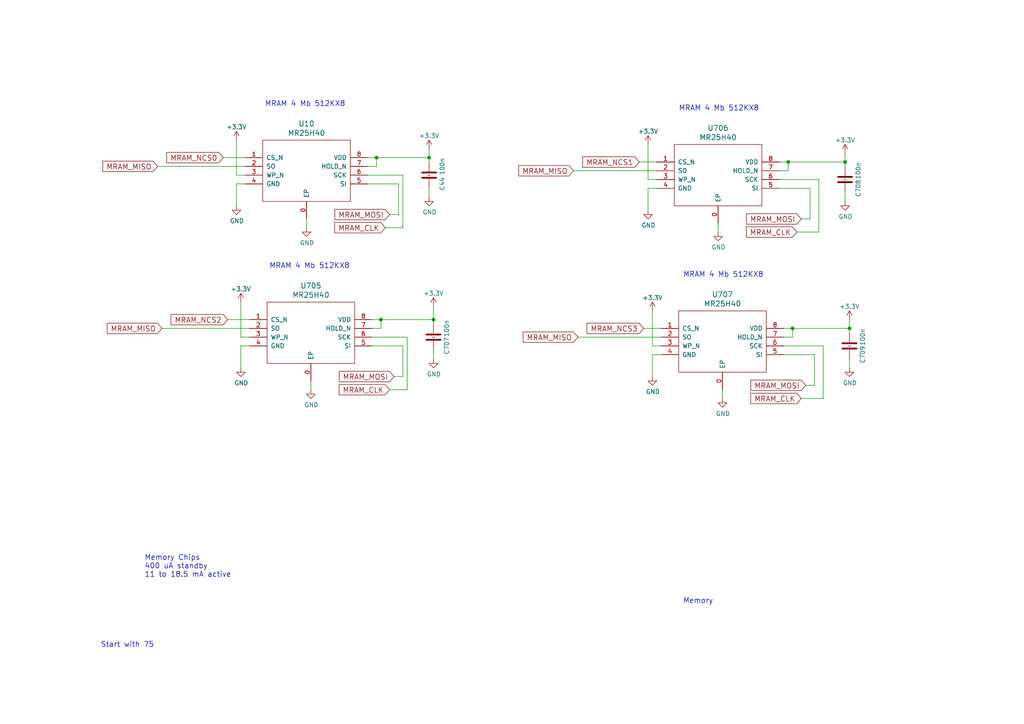
<source format=kicad_sch>
(kicad_sch (version 20230121) (generator eeschema)
  (paper "A4")
  (title_block (title "Radiation Tolerant PacSat Communication") (date "2023-06-17") (rev "A") (company "AMSAT-NA") (comment 1 "N5BRG"))
  (lib_symbols
    (symbol "Device:C" (pin_numbers hide) (pin_names (offset 0.254))
      (property "Reference" "C" (at 0.635 2.54 0))
      (property "Value" "C" (at 0.635 -2.54 0))
      (symbol "C_0_1"
        (polyline (pts (xy -2.032 -0.762) (xy 2.032 -0.762)) (stroke (width 0.508)))
        (polyline (pts (xy -2.032 0.762) (xy 2.032 0.762)) (stroke (width 0.508)))
      )
      (symbol "C_1_1"
        (pin passive line (at 0 3.81 270) (length 2.794) (name "~") (number "1"))
        (pin passive line (at 0 -3.81 90) (length 2.794) (name "~") (number "2"))
      )
    )
    (symbol "PACSAT_ICs:MR25H40_2" (pin_names (offset 1.016))
      (property "Reference" "U76" (at 0 13.6398 0))
      (property "Value" "MR25H40" (at 0 10.9474 0))
      (symbol "MR25H40_2_0_1"
        (rectangle (start -12.7 8.89) (end 12.7 -8.89))
      )
      (symbol "MR25H40_2_1_1"
        (pin power_in line (at 0 -13.97 90) (length 5.08) (name "EP") (number "0"))
        (pin input line (at -17.78 3.81 0) (length 5.08) (name "CS_N") (number "1"))
        (pin tri_state line (at -17.78 1.27 0) (length 5.08) (name "SO") (number "2"))
        (pin input line (at -17.78 -1.27 0) (length 5.08) (name "WP_N") (number "3"))
        (pin power_in line (at -17.78 -3.81 0) (length 5.08) (name "GND") (number "4"))
        (pin input line (at 17.78 -3.81 180) (length 5.08) (name "SI") (number "5"))
        (pin input line (at 17.78 -1.27 180) (length 5.08) (name "SCK") (number "6"))
        (pin input line (at 17.78 1.27 180) (length 5.08) (name "HOLD_N") (number "7"))
        (pin power_in line (at 17.78 3.81 180) (length 5.08) (name "VDD") (number "8"))
      )
    )
    (symbol "power:+3.3V" (power) (pin_names (offset 0))
      (property "Value" "+3.3V" (at 0 3.556 0))
      (symbol "+3.3V_0_1"
        (polyline (pts (xy -0.762 1.27) (xy 0 2.54)))
        (polyline (pts (xy 0 0) (xy 0 2.54)))
        (polyline (pts (xy 0 2.54) (xy 0.762 1.27)))
      )
      (symbol "+3.3V_1_1"
        (pin power_in line (at 0 0 90) (length 0) hide (name "+3.3V") (number "1"))
      )
    )
    (symbol "power:GND" (power) (pin_names (offset 0))
      (property "Value" "GND" (at 0 -3.81 0))
      (symbol "GND_0_1"
        (polyline (pts (xy 0 0) (xy 0 -1.27) (xy 1.27 -1.27) (xy 0 -2.54) (xy -1.27 -1.27) (xy 0 -1.27)))
      )
      (symbol "GND_1_1"
        (pin power_in line (at 0 0 270) (length 0) hide (name "GND") (number "1"))
      )
    )
  )
  (junction (at 245.11 46.99))
  (junction (at 125.73 92.71))
  (junction (at 124.46 45.72))
  (junction (at 109.22 45.72))
  (junction (at 229.87 95.25))
  (junction (at 228.6 46.99))
  (junction (at 110.49 92.71))
  (junction (at 246.38 95.25))
  (wire (pts (xy 72.39 97.79) (xy 69.85 97.79)))
  (wire (pts (xy 237.49 67.31) (xy 231.14 67.31)))
  (wire (pts (xy 110.49 92.71) (xy 125.73 92.71)))
  (wire (pts (xy 107.95 95.25) (xy 110.49 95.25)))
  (wire (pts (xy 191.77 100.33) (xy 189.23 100.33)))
  (wire (pts (xy 110.49 95.25) (xy 110.49 92.71)))
  (wire (pts (xy 107.95 100.33) (xy 116.84 100.33)))
  (wire (pts (xy 246.38 92.71) (xy 246.38 95.25)))
  (wire (pts (xy 88.9 63.5) (xy 88.9 66.04)))
  (wire (pts (xy 71.12 50.8) (xy 68.58 50.8)))
  (wire (pts (xy 209.55 113.03) (xy 209.55 115.57)))
  (wire (pts (xy 229.87 97.79) (xy 229.87 95.25)))
  (wire (pts (xy 226.06 49.53) (xy 228.6 49.53)))
  (wire (pts (xy 228.6 46.99) (xy 245.11 46.99)))
  (wire (pts (xy 227.33 102.87) (xy 236.22 102.87)))
  (wire (pts (xy 228.6 49.53) (xy 228.6 46.99)))
  (wire (pts (xy 245.11 44.45) (xy 245.11 46.99)))
  (wire (pts (xy 68.58 53.34) (xy 68.58 59.69)))
  (wire (pts (xy 227.33 95.25) (xy 229.87 95.25)))
  (wire (pts (xy 106.68 48.26) (xy 109.22 48.26)))
  (wire (pts (xy 189.23 100.33) (xy 189.23 90.17)))
  (wire (pts (xy 109.22 48.26) (xy 109.22 45.72)))
  (wire (pts (xy 106.68 45.72) (xy 109.22 45.72)))
  (wire (pts (xy 234.95 54.61) (xy 234.95 63.5)))
  (wire (pts (xy 71.12 53.34) (xy 68.58 53.34)))
  (wire (pts (xy 116.84 66.04) (xy 111.76 66.04)))
  (wire (pts (xy 107.95 92.71) (xy 110.49 92.71)))
  (wire (pts (xy 166.37 49.53) (xy 190.5 49.53)))
  (wire (pts (xy 45.72 48.26) (xy 71.12 48.26)))
  (wire (pts (xy 189.23 102.87) (xy 189.23 109.22)))
  (wire (pts (xy 116.84 50.8) (xy 116.84 66.04)))
  (wire (pts (xy 226.06 46.99) (xy 228.6 46.99)))
  (wire (pts (xy 238.76 100.33) (xy 238.76 115.57)))
  (wire (pts (xy 72.39 100.33) (xy 69.85 100.33)))
  (wire (pts (xy 69.85 100.33) (xy 69.85 106.68)))
  (wire (pts (xy 125.73 101.6) (xy 125.73 104.14)))
  (wire (pts (xy 109.22 45.72) (xy 124.46 45.72)))
  (wire (pts (xy 116.84 50.8) (xy 106.68 50.8)))
  (wire (pts (xy 237.49 52.07) (xy 226.06 52.07)))
  (wire (pts (xy 208.28 64.77) (xy 208.28 67.31)))
  (wire (pts (xy 237.49 52.07) (xy 237.49 67.31)))
  (wire (pts (xy 190.5 54.61) (xy 187.96 54.61)))
  (wire (pts (xy 125.73 88.9) (xy 125.73 92.71)))
  (wire (pts (xy 234.95 63.5) (xy 232.41 63.5)))
  (wire (pts (xy 125.73 92.71) (xy 125.73 93.98)))
  (wire (pts (xy 124.46 45.72) (xy 124.46 46.99)))
  (wire (pts (xy 191.77 95.25) (xy 186.69 95.25)))
  (wire (pts (xy 190.5 46.99) (xy 185.42 46.99)))
  (wire (pts (xy 90.17 110.49) (xy 90.17 113.03)))
  (wire (pts (xy 72.39 92.71) (xy 66.04 92.71)))
  (wire (pts (xy 118.11 97.79) (xy 118.11 113.03)))
  (wire (pts (xy 226.06 54.61) (xy 234.95 54.61)))
  (wire (pts (xy 238.76 100.33) (xy 227.33 100.33)))
  (wire (pts (xy 118.11 97.79) (xy 107.95 97.79)))
  (wire (pts (xy 124.46 54.61) (xy 124.46 57.15)))
  (wire (pts (xy 69.85 97.79) (xy 69.85 87.63)))
  (wire (pts (xy 236.22 102.87) (xy 236.22 111.76)))
  (wire (pts (xy 106.68 53.34) (xy 115.57 53.34)))
  (wire (pts (xy 115.57 53.34) (xy 115.57 62.23)))
  (wire (pts (xy 116.84 100.33) (xy 116.84 109.22)))
  (wire (pts (xy 71.12 45.72) (xy 64.77 45.72)))
  (wire (pts (xy 187.96 54.61) (xy 187.96 60.96)))
  (wire (pts (xy 191.77 102.87) (xy 189.23 102.87)))
  (wire (pts (xy 187.96 52.07) (xy 187.96 41.91)))
  (wire (pts (xy 246.38 95.25) (xy 246.38 96.52)))
  (wire (pts (xy 236.22 111.76) (xy 233.68 111.76)))
  (wire (pts (xy 115.57 62.23) (xy 113.03 62.23)))
  (wire (pts (xy 167.64 97.79) (xy 191.77 97.79)))
  (wire (pts (xy 46.99 95.25) (xy 72.39 95.25)))
  (wire (pts (xy 245.11 46.99) (xy 245.11 48.26)))
  (wire (pts (xy 245.11 55.88) (xy 245.11 58.42)))
  (wire (pts (xy 190.5 52.07) (xy 187.96 52.07)))
  (wire (pts (xy 118.11 113.03) (xy 113.03 113.03)))
  (wire (pts (xy 229.87 95.25) (xy 246.38 95.25)))
  (wire (pts (xy 227.33 97.79) (xy 229.87 97.79)))
  (wire (pts (xy 116.84 109.22) (xy 114.3 109.22)))
  (wire (pts (xy 238.76 115.57) (xy 232.41 115.57)))
  (wire (pts (xy 68.58 50.8) (xy 68.58 40.64)))
  (wire (pts (xy 124.46 43.18) (xy 124.46 45.72)))
  (wire (pts (xy 246.38 104.14) (xy 246.38 106.68)))
  (text "Start with 75" (at 29.21 187.96 0) (effects (font (size 1.524 1.524)) (justify left bottom)))
  (text "MRAM 4 Mb 512KX8" (at 198.12 80.645 0) (effects (font (size 1.524 1.524)) (justify left bottom)))
  (text "MRAM 4 Mb 512KX8" (at 196.85 32.385 0) (effects (font (size 1.524 1.524)) (justify left bottom)))
  (text "Memory" (at 198.12 175.26 0) (effects (font (size 1.524 1.524)) (justify left bottom)))
  (text "MRAM 4 Mb 512KX8" (at 76.835 31.115 0) (effects (font (size 1.524 1.524)) (justify left bottom)))
  (text "MRAM 4 Mb 512KX8" (at 78.105 78.105 0) (effects (font (size 1.524 1.524)) (justify left bottom)))
  (text "Memory Chips\n400 uA standby\n11 to 18.5 mA active" (at 41.91 167.64 0) (effects (font (size 1.524 1.524)) (justify left bottom)))
  (global_label "MRAM_CLK" (shape input) (at 111.76 66.04 180) (effects (font (size 1.524 1.524))) (property "Intersheetrefs" "${INTERSHEET_REFS}" (effects hide)))
  (global_label "MRAM_MISO" (shape input) (at 45.72 48.26 180) (effects (font (size 1.524 1.524))) (property "Intersheetrefs" "${INTERSHEET_REFS}" (effects hide)))
  (global_label "MRAM_CLK" (shape input) (at 232.41 115.57 180) (effects (font (size 1.524 1.524))) (property "Intersheetrefs" "${INTERSHEET_REFS}" (effects hide)))
  (global_label "MRAM_MOSI" (shape input) (at 232.41 63.5 180) (effects (font (size 1.524 1.524))) (property "Intersheetrefs" "${INTERSHEET_REFS}" (effects hide)))
  (global_label "MRAM_MOSI" (shape input) (at 114.3 109.22 180) (effects (font (size 1.524 1.524))) (property "Intersheetrefs" "${INTERSHEET_REFS}" (effects hide)))
  (global_label "MRAM_NCS2" (shape input) (at 66.04 92.71 180) (effects (font (size 1.524 1.524))) (property "Intersheetrefs" "${INTERSHEET_REFS}" (effects hide)))
  (global_label "MRAM_MOSI" (shape input) (at 113.03 62.23 180) (effects (font (size 1.524 1.524))) (property "Intersheetrefs" "${INTERSHEET_REFS}" (effects hide)))
  (global_label "MRAM_MISO" (shape input) (at 46.99 95.25 180) (effects (font (size 1.524 1.524))) (property "Intersheetrefs" "${INTERSHEET_REFS}" (effects hide)))
  (global_label "MRAM_CLK" (shape input) (at 113.03 113.03 180) (effects (font (size 1.524 1.524))) (property "Intersheetrefs" "${INTERSHEET_REFS}" (effects hide)))
  (global_label "MRAM_CLK" (shape input) (at 231.14 67.31 180) (effects (font (size 1.524 1.524))) (property "Intersheetrefs" "${INTERSHEET_REFS}" (effects hide)))
  (global_label "MRAM_NCS3" (shape input) (at 186.69 95.25 180) (effects (font (size 1.524 1.524))) (property "Intersheetrefs" "${INTERSHEET_REFS}" (effects hide)))
  (global_label "MRAM_MOSI" (shape input) (at 233.68 111.76 180) (effects (font (size 1.524 1.524))) (property "Intersheetrefs" "${INTERSHEET_REFS}" (effects hide)))
  (global_label "MRAM_NCS0" (shape input) (at 64.77 45.72 180) (effects (font (size 1.524 1.524))) (property "Intersheetrefs" "${INTERSHEET_REFS}" (effects hide)))
  (global_label "MRAM_MISO" (shape input) (at 167.64 97.79 180) (effects (font (size 1.524 1.524))) (property "Intersheetrefs" "${INTERSHEET_REFS}" (effects hide)))
  (global_label "MRAM_NCS1" (shape input) (at 185.42 46.99 180) (effects (font (size 1.524 1.524))) (property "Intersheetrefs" "${INTERSHEET_REFS}" (effects hide)))
  (global_label "MRAM_MISO" (shape input) (at 166.37 49.53 180) (effects (font (size 1.524 1.524))) (property "Intersheetrefs" "${INTERSHEET_REFS}" (effects hide)))
  (symbol (lib_id "power:GND") (at 187.96 60.96 0) (unit 1)
    (property "Reference" "#PWR0726" (effects hide))
    (property "Value" "GND" (at 188.087 65.3542 0))
    (instances (project "PacSat_Dev_RevC_230824" (path "" (reference "#PWR0726") (unit 1)) (path "" (reference "#PWR087") (unit 1))))
  )
  (symbol (lib_id "power:GND") (at 245.11 58.42 0) (unit 1)
    (property "Reference" "#PWR0729" (effects hide))
    (property "Value" "GND" (at 245.237 62.8142 0))
    (instances (project "PacSat_Dev_RevC_230824" (path "" (reference "#PWR0729") (unit 1)) (path "" (reference "#PWR093") (unit 1))))
  )
  (symbol (lib_id "Device:C") (at 125.73 97.79 0) (unit 1)
    (property "Reference" "C707" (at 129.54 100.33 90))
    (property "Value" "100n" (at 129.54 95.25 90))
    (property "Footprint" "Capacitor_SMD:C_0603_1608Metric_Pad1.08x0.95mm_HandSolder" (effects hide))
    (property "Datasheet" "~" (at 125.73 97.79 0))
    (instances (project "PacSat_Dev_RevC_230824" (path "" (reference "C707") (unit 1)) (path "" (reference "C77") (unit 1))))
  )
  (symbol (lib_id "power:+3.3V") (at 246.38 92.71 0) (unit 1)
    (property "Reference" "#PWR0688" (effects hide))
    (property "Value" "+3.3V" (at 246.38 88.9 0))
  )
  (symbol (lib_id "power:+3.3V") (at 125.73 88.9 0) (unit 1)
    (property "Reference" "#PWR0695" (effects hide))
    (property "Value" "+3.3V" (at 125.73 85.09 0))
  )
  (symbol (lib_id "PACSAT_ICs:MR25H40_2") (at 90.17 96.52 0) (unit 1)
    (property "Reference" "U705" (at 90.17 82.8802 0) (effects (font (size 1.524 1.524))))
    (property "Value" "MR25H40" (at 90.17 85.5726 0) (effects (font (size 1.524 1.524))))
    (property "Footprint" "PacSatDev_everspin:MR2xH40_DFN_SmallFlag" (effects hide))
    (instances (project "PacSat_Dev_RevC_230824" (path "" (reference "U705") (unit 1)) (path "" (reference "U77") (unit 1))))
  )
  (symbol (lib_id "power:GND") (at 189.23 109.22 0) (unit 1)
    (property "Reference" "#PWR0731" (effects hide))
    (property "Value" "GND" (at 189.357 113.6142 0))
    (instances (project "PacSat_Dev_RevC_230824" (path "" (reference "#PWR0731") (unit 1)) (path "" (reference "#PWR089") (unit 1))))
  )
  (symbol (lib_id "power:GND") (at 90.17 113.03 0) (unit 1)
    (property "Reference" "#PWR0722" (effects hide))
    (property "Value" "GND" (at 90.297 117.4242 0))
    (instances (project "PacSat_Dev_RevC_230824" (path "" (reference "#PWR0722") (unit 1)) (path "" (reference "#PWR081") (unit 1))))
  )
  (symbol (lib_id "power:+3.3V") (at 187.96 41.91 0) (unit 1)
    (property "Reference" "#PWR0691" (effects hide))
    (property "Value" "+3.3V" (at 187.96 38.1 0))
  )
  (symbol (lib_id "power:+3.3V") (at 124.46 43.18 0) (unit 1)
    (property "Reference" "#PWR0692" (effects hide))
    (property "Value" "+3.3V" (at 124.46 39.37 0))
  )
  (symbol (lib_id "power:+3.3V") (at 245.11 44.45 0) (unit 1)
    (property "Reference" "#PWR0690" (effects hide))
    (property "Value" "+3.3V" (at 245.11 40.64 0))
  )
  (symbol (lib_id "power:+3.3V") (at 69.85 87.63 0) (unit 1)
    (property "Reference" "#PWR0694" (effects hide))
    (property "Value" "+3.3V" (at 69.85 83.82 0))
  )
  (symbol (lib_id "PACSAT_ICs:MR25H40_2") (at 88.9 49.53 0) (unit 1)
    (property "Reference" "U10" (at 88.9 35.8902 0) (effects (font (size 1.524 1.524))))
    (property "Value" "MR25H40" (at 88.9 38.5826 0) (effects (font (size 1.524 1.524))))
    (property "Footprint" "PacSatDev_everspin:MR2xH40_DFN_SmallFlag" (effects hide))
    (instances (project "PacSat_Dev_RevC_230824" (path "" (reference "U10") (unit 1)) (path "" (reference "U76") (unit 1))))
  )
  (symbol (lib_id "power:GND") (at 69.85 106.68 0) (unit 1)
    (property "Reference" "#PWR0721" (effects hide))
    (property "Value" "GND" (at 69.977 111.0742 0))
    (instances (project "PacSat_Dev_RevC_230824" (path "" (reference "#PWR0721") (unit 1)) (path "" (reference "#PWR079") (unit 1))))
  )
  (symbol (lib_id "PACSAT_ICs:MR25H40_2") (at 209.55 99.06 0) (unit 1)
    (property "Reference" "U707" (at 209.55 85.4202 0) (effects (font (size 1.524 1.524))))
    (property "Value" "MR25H40" (at 209.55 88.1126 0) (effects (font (size 1.524 1.524))))
    (property "Footprint" "PacSatDev_everspin:MR2xH40_DFN_SmallFlag" (effects hide))
    (instances (project "PacSat_Dev_RevC_230824" (path "" (reference "U707") (unit 1)) (path "" (reference "U79") (unit 1))))
  )
  (symbol (lib_id "power:GND") (at 208.28 67.31 0) (unit 1)
    (property "Reference" "#PWR0727" (effects hide))
    (property "Value" "GND" (at 208.407 71.7042 0))
    (instances (project "PacSat_Dev_RevC_230824" (path "" (reference "#PWR0727") (unit 1)) (path "" (reference "#PWR090") (unit 1))))
  )
  (symbol (lib_id "power:GND") (at 88.9 66.04 0) (unit 1)
    (property "Reference" "#PWR0297" (effects hide))
    (property "Value" "GND" (at 89.027 70.4342 0))
    (instances (project "PacSat_Dev_RevC_230824" (path "" (reference "#PWR0297") (unit 1)) (path "" (reference "#PWR080") (unit 1))))
  )
  (symbol (lib_id "Device:C") (at 124.46 50.8 0) (unit 1)
    (property "Reference" "C44" (at 128.27 53.34 90))
    (property "Value" "100n" (at 128.27 48.26 90))
    (property "Footprint" "Capacitor_SMD:C_0603_1608Metric_Pad1.08x0.95mm_HandSolder" (effects hide))
    (property "Datasheet" "~" (at 124.46 50.8 0))
    (instances (project "PacSat_Dev_RevC_230824" (path "" (reference "C44") (unit 1)) (path "" (reference "C76") (unit 1))))
  )
  (symbol (lib_id "Device:C") (at 245.11 52.07 0) (unit 1)
    (property "Reference" "C708" (at 248.92 54.61 90))
    (property "Value" "100n" (at 248.92 49.53 90))
    (property "Footprint" "Capacitor_SMD:C_0603_1608Metric_Pad1.08x0.95mm_HandSolder" (effects hide))
    (property "Datasheet" "~" (at 245.11 52.07 0))
    (instances (project "PacSat_Dev_RevC_230824" (path "" (reference "C708") (unit 1)) (path "" (reference "C78") (unit 1))))
  )
  (symbol (lib_id "Device:C") (at 246.38 100.33 0) (unit 1)
    (property "Reference" "C709" (at 250.19 102.87 90))
    (property "Value" "100n" (at 250.19 97.79 90))
    (property "Footprint" "Capacitor_SMD:C_0603_1608Metric_Pad1.08x0.95mm_HandSolder" (effects hide))
    (property "Datasheet" "~" (at 246.38 100.33 0))
    (instances (project "PacSat_Dev_RevC_230824" (path "" (reference "C709") (unit 1)) (path "" (reference "C79") (unit 1))))
  )
  (symbol (lib_id "power:GND") (at 68.58 59.69 0) (unit 1)
    (property "Reference" "#PWR0295" (effects hide))
    (property "Value" "GND" (at 68.707 64.0842 0))
    (instances (project "PacSat_Dev_RevC_230824" (path "" (reference "#PWR0295") (unit 1)) (path "" (reference "#PWR077") (unit 1))))
  )
  (symbol (lib_id "power:+3.3V") (at 189.23 90.17 0) (unit 1)
    (property "Reference" "#PWR0689" (effects hide))
    (property "Value" "+3.3V" (at 189.23 86.36 0))
  )
  (symbol (lib_id "power:GND") (at 246.38 106.68 0) (unit 1)
    (property "Reference" "#PWR0734" (effects hide))
    (property "Value" "GND" (at 246.507 111.0742 0))
    (instances (project "PacSat_Dev_RevC_230824" (path "" (reference "#PWR0734") (unit 1)) (path "" (reference "#PWR095") (unit 1))))
  )
  (symbol (lib_id "power:+3.3V") (at 68.58 40.64 0) (unit 1)
    (property "Reference" "#PWR0693" (effects hide))
    (property "Value" "+3.3V" (at 68.58 36.83 0))
  )
  (symbol (lib_id "power:GND") (at 209.55 115.57 0) (unit 1)
    (property "Reference" "#PWR0732" (effects hide))
    (property "Value" "GND" (at 209.677 119.9642 0))
    (instances (project "PacSat_Dev_RevC_230824" (path "" (reference "#PWR0732") (unit 1)) (path "" (reference "#PWR091") (unit 1))))
  )
  (symbol (lib_id "PACSAT_ICs:MR25H40_2") (at 208.28 50.8 0) (unit 1)
    (property "Reference" "U706" (at 208.28 37.1602 0) (effects (font (size 1.524 1.524))))
    (property "Value" "MR25H40" (at 208.28 39.8526 0) (effects (font (size 1.524 1.524))))
    (property "Footprint" "PacSatDev_everspin:MR2xH40_DFN_SmallFlag" (effects hide))
    (instances (project "PacSat_Dev_RevC_230824" (path "" (reference "U706") (unit 1)) (path "" (reference "U78") (unit 1))))
  )
  (symbol (lib_id "power:GND") (at 124.46 57.15 0) (unit 1)
    (property "Reference" "#PWR0300" (effects hide))
    (property "Value" "GND" (at 124.587 61.5442 0))
    (instances (project "PacSat_Dev_RevC_230824" (path "" (reference "#PWR0300") (unit 1)) (path "" (reference "#PWR083") (unit 1))))
  )
  (symbol (lib_id "power:GND") (at 125.73 104.14 0) (unit 1)
    (property "Reference" "#PWR0724" (effects hide))
    (property "Value" "GND" (at 125.857 108.5342 0))
    (instances (project "PacSat_Dev_RevC_230824" (path "" (reference "#PWR0724") (unit 1)) (path "" (reference "#PWR085") (unit 1))))
  )
)
</source>
